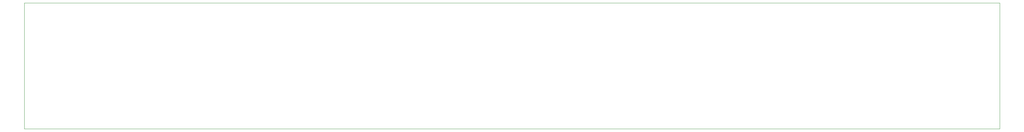
<source format=gbr>
G04*
G04 #@! TF.GenerationSoftware,Altium Limited,Altium Designer,25.8.1 (18)*
G04*
G04 Layer_Color=0*
%FSLAX44Y44*%
%MOMM*%
G71*
G04*
G04 #@! TF.SameCoordinates,57F80322-994B-4A8F-A2F4-5028E090627E*
G04*
G04*
G04 #@! TF.FilePolarity,Positive*
G04*
G01*
G75*
%ADD67C,0.0254*%
D67*
X0Y0D02*
Y330870D01*
X2549870D01*
Y0D01*
X0D01*
M02*

</source>
